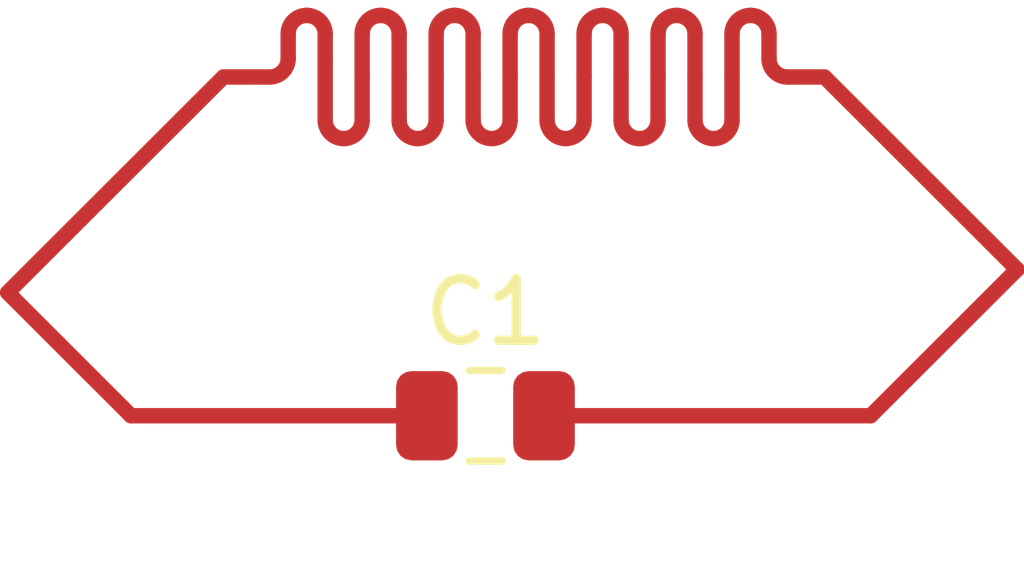
<source format=kicad_pcb>
(kicad_pcb (version 20240108) (generator "pcbnew") (generator_version "8.0")
  (title_block (title "Template") (date "2022-04-19") (rev "V0") (company "E-Agle TRT"))
  (layers (0 "F.Cu" signal) (31 "B.Cu" signal) (34 "B.Paste" user) (35 "F.Paste" user) (36 "B.SilkS" user "B.Silkscreen") (37 "F.SilkS" user "F.Silkscreen") (38 "B.Mask" user) (39 "F.Mask" user) (44 "Edge.Cuts" user))
  (net 0 "")
  (net 1 "Net-(C1-Pad1)")
  (footprint "Capacitor_SMD:C_0805_2012Metric" (layer "F.Cu") (at 150.75 88.75)
    (property "Reference" "C1" (at 0 -1.68 0) (layer "F.SilkS"))
    (property "Value" "1F")
    (fp_line (start -0.261252 -0.735) (end 0.261252 -0.735) (stroke (width 0.12)) (layer "F.SilkS"))
    (fp_line (start -0.261252 0.735) (end 0.261252 0.735) (stroke (width 0.12)) (layer "F.SilkS"))
    (pad "1" smd roundrect (at -0.95 0) (size 1 1.45) (layers "F.Cu" "F.Paste" "F.Mask") (net 1 "Net-(C1-Pad1)"))
    (pad "2" smd roundrect (at 0.95 0) (size 1 1.45) (layers "F.Cu" "F.Paste" "F.Mask") (net 1 "Net-(C1-Pad1)"))
  )
  (segment (start 143 86.75) (end 146.5 83.25) (width 0.25) (layer "F.Cu") (net 1))
  (segment (start 146.5 83.25) (end 147.25 83.25) (width 0.25) (layer "F.Cu") (net 1))
  (segment (start 156.25 83.25) (end 159.375 86.375) (width 0.25) (layer "F.Cu") (net 1))
  (segment (start 151.15 83.95) (end 151.15 83.25) (width 0.25) (layer "F.Cu") (net 1))
  (segment (start 148.75 83.95) (end 148.75 83.25) (width 0.25) (layer "F.Cu") (net 1))
  (segment (start 145 88.75) (end 143 86.75) (width 0.25) (layer "F.Cu") (net 1))
  (segment (start 149.8 88.75) (end 145 88.75) (width 0.25) (layer "F.Cu") (net 1))
  (segment (start 150.55 83.25) (end 150.55 83.95) (width 0.25) (layer "F.Cu") (net 1))
  (segment (start 159.375 86.375) (end 157 88.75) (width 0.25) (layer "F.Cu") (net 1))
  (segment (start 154.15 82.55) (end 154.15 83.25) (width 0.25) (layer "F.Cu") (net 1))
  (segment (start 155.35 82.55) (end 155.35 82.95) (width 0.25) (layer "F.Cu") (net 1))
  (segment (start 148.75 83.25) (end 148.75 82.55) (width 0.25) (layer "F.Cu") (net 1))
  (segment (start 149.95 83.95) (end 149.95 83.25) (width 0.25) (layer "F.Cu") (net 1))
  (segment (start 149.35 82.55) (end 149.35 83.25) (width 0.25) (layer "F.Cu") (net 1))
  (segment (start 151.75 82.55) (end 151.75 83.25) (width 0.25) (layer "F.Cu") (net 1))
  (segment (start 152.95 83.25) (end 152.95 83.95) (width 0.25) (layer "F.Cu") (net 1))
  (segment (start 150.55 82.55) (end 150.55 83.25) (width 0.25) (layer "F.Cu") (net 1))
  (segment (start 148.15 82.55) (end 148.15 82.95) (width 0.25) (layer "F.Cu") (net 1))
  (segment (start 153.55 83.25) (end 153.55 82.55) (width 0.25) (layer "F.Cu") (net 1))
  (segment (start 154.75 83.95) (end 154.75 83.25) (width 0.25) (layer "F.Cu") (net 1))
  (segment (start 152.95 82.55) (end 152.95 83.25) (width 0.25) (layer "F.Cu") (net 1))
  (segment (start 155.65 83.25) (end 156.25 83.25) (width 0.25) (layer "F.Cu") (net 1))
  (segment (start 148.15 82.95) (end 148.15 83.95) (width 0.25) (layer "F.Cu") (net 1))
  (segment (start 151.15 83.25) (end 151.15 82.55) (width 0.25) (layer "F.Cu") (net 1))
  (segment (start 149.95 83.25) (end 149.95 82.55) (width 0.25) (layer "F.Cu") (net 1))
  (segment (start 147.55 82.95) (end 147.55 82.55) (width 0.25) (layer "F.Cu") (net 1))
  (segment (start 152.35 83.25) (end 152.35 82.55) (width 0.25) (layer "F.Cu") (net 1))
  (segment (start 149.35 83.25) (end 149.35 83.95) (width 0.25) (layer "F.Cu") (net 1))
  (segment (start 154.75 83.25) (end 154.75 82.55) (width 0.25) (layer "F.Cu") (net 1))
  (segment (start 153.55 83.95) (end 153.55 83.25) (width 0.25) (layer "F.Cu") (net 1))
  (segment (start 154.15 83.25) (end 154.15 83.95) (width 0.25) (layer "F.Cu") (net 1))
  (segment (start 157 88.75) (end 151.7 88.75) (width 0.25) (layer "F.Cu") (net 1))
  (segment (start 152.35 83.95) (end 152.35 83.25) (width 0.25) (layer "F.Cu") (net 1))
  (segment (start 151.75 83.25) (end 151.75 83.95) (width 0.25) (layer "F.Cu") (net 1))
  (arc (start 150.55 83.95) (mid 150.637868 84.162132) (end 150.85 84.25) (width 0.25) (layer "F.Cu") (net 1))
  (arc (start 153.85 82.25) (mid 154.062132 82.337868) (end 154.15 82.55) (width 0.25) (layer "F.Cu") (net 1))
  (arc (start 152.35 82.55) (mid 152.437868 82.337868) (end 152.65 82.25) (width 0.25) (layer "F.Cu") (net 1))
  (arc (start 149.95 82.55) (mid 150.037868 82.337868) (end 150.25 82.25) (width 0.25) (layer "F.Cu") (net 1))
  (arc (start 152.65 82.25) (mid 152.862132 82.337868) (end 152.95 82.55) (width 0.25) (layer "F.Cu") (net 1))
  (arc (start 148.45 84.25) (mid 148.662132 84.162132) (end 148.75 83.95) (width 0.25) (layer "F.Cu") (net 1))
  (arc (start 154.75 82.55) (mid 154.837868 82.337868) (end 155.05 82.25) (width 0.25) (layer "F.Cu") (net 1))
  (arc (start 151.45 82.25) (mid 151.662132 82.337868) (end 151.75 82.55) (width 0.25) (layer "F.Cu") (net 1))
  (arc (start 151.15 82.55) (mid 151.237868 82.337868) (end 151.45 82.25) (width 0.25) (layer "F.Cu") (net 1))
  (arc (start 154.15 83.95) (mid 154.237868 84.162132) (end 154.45 84.25) (width 0.25) (layer "F.Cu") (net 1))
  (arc (start 148.75 82.55) (mid 148.837868 82.337868) (end 149.05 82.25) (width 0.25) (layer "F.Cu") (net 1))
  (arc (start 147.55 82.55) (mid 147.637868 82.337868) (end 147.85 82.25) (width 0.25) (layer "F.Cu") (net 1))
  (arc (start 147.85 82.25) (mid 148.062132 82.337868) (end 148.15 82.55) (width 0.25) (layer "F.Cu") (net 1))
  (arc (start 150.25 82.25) (mid 150.462132 82.337868) (end 150.55 82.55) (width 0.25) (layer "F.Cu") (net 1))
  (arc (start 152.95 83.95) (mid 153.037868 84.162132) (end 153.25 84.25) (width 0.25) (layer "F.Cu") (net 1))
  (arc (start 155.35 82.95) (mid 155.437868 83.162132) (end 155.65 83.25) (width 0.25) (layer "F.Cu") (net 1))
  (arc (start 153.55 82.55) (mid 153.637868 82.337868) (end 153.85 82.25) (width 0.25) (layer "F.Cu") (net 1))
  (arc (start 149.65 84.25) (mid 149.862132 84.162132) (end 149.95 83.95) (width 0.25) (layer "F.Cu") (net 1))
  (arc (start 151.75 83.95) (mid 151.837868 84.162132) (end 152.05 84.25) (width 0.25) (layer "F.Cu") (net 1))
  (arc (start 150.85 84.25) (mid 151.062132 84.162132) (end 151.15 83.95) (width 0.25) (layer "F.Cu") (net 1))
  (arc (start 153.25 84.25) (mid 153.462132 84.162132) (end 153.55 83.95) (width 0.25) (layer "F.Cu") (net 1))
  (arc (start 149.35 83.95) (mid 149.437868 84.162132) (end 149.65 84.25) (width 0.25) (layer "F.Cu") (net 1))
  (arc (start 148.15 83.95) (mid 148.237868 84.162132) (end 148.45 84.25) (width 0.25) (layer "F.Cu") (net 1))
  (arc (start 147.25 83.25) (mid 147.462132 83.162132) (end 147.55 82.95) (width 0.25) (layer "F.Cu") (net 1))
  (arc (start 152.05 84.25) (mid 152.262132 84.162132) (end 152.35 83.95) (width 0.25) (layer "F.Cu") (net 1))
  (arc (start 154.45 84.25) (mid 154.662132 84.162132) (end 154.75 83.95) (width 0.25) (layer "F.Cu") (net 1))
  (arc (start 155.05 82.25) (mid 155.262132 82.337868) (end 155.35 82.55) (width 0.25) (layer "F.Cu") (net 1))
  (arc (start 149.05 82.25) (mid 149.262132 82.337868) (end 149.35 82.55) (width 0.25) (layer "F.Cu") (net 1))
)
</source>
